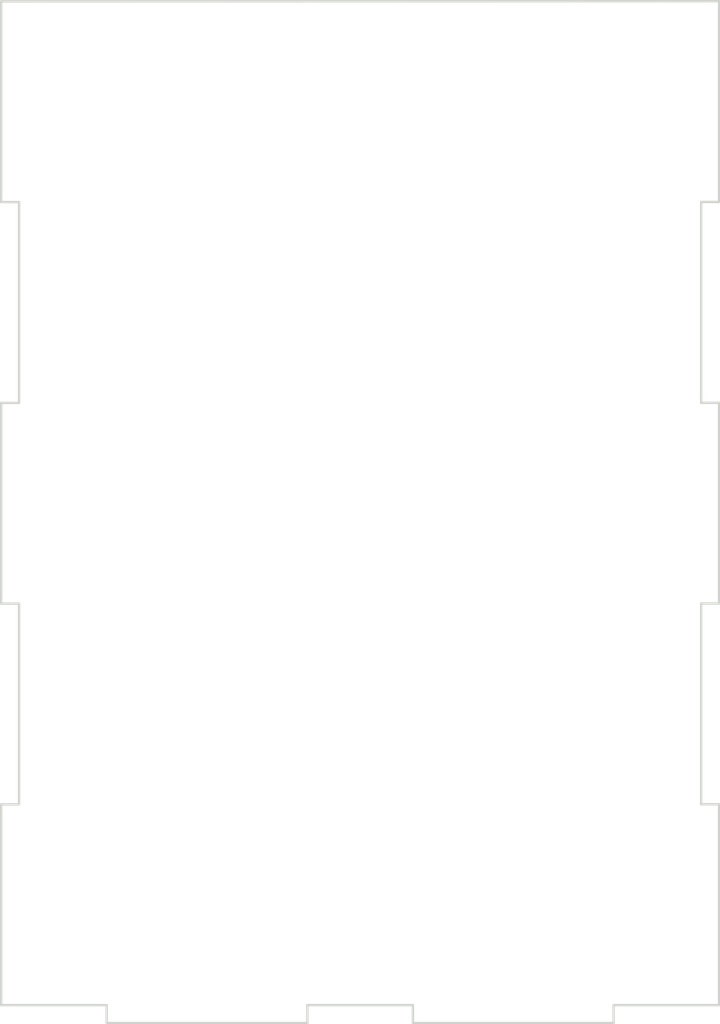
<source format=kicad_pcb>
(kicad_pcb (version 20171130) (host pcbnew "(5.1.2-1)-1")

  (general
    (thickness 1.6)
    (drawings 28)
    (tracks 0)
    (zones 0)
    (modules 0)
    (nets 1)
  )

  (page A4)
  (layers
    (0 F.Cu signal)
    (31 B.Cu signal)
    (32 B.Adhes user)
    (33 F.Adhes user)
    (34 B.Paste user)
    (35 F.Paste user)
    (36 B.SilkS user)
    (37 F.SilkS user)
    (38 B.Mask user)
    (39 F.Mask user)
    (40 Dwgs.User user)
    (41 Cmts.User user)
    (42 Eco1.User user)
    (43 Eco2.User user)
    (44 Edge.Cuts user)
    (45 Margin user)
    (46 B.CrtYd user)
    (47 F.CrtYd user)
    (48 B.Fab user)
    (49 F.Fab user)
  )

  (setup
    (last_trace_width 0.25)
    (trace_clearance 0.2)
    (zone_clearance 0.508)
    (zone_45_only no)
    (trace_min 0.2)
    (via_size 0.8)
    (via_drill 0.4)
    (via_min_size 0.4)
    (via_min_drill 0.3)
    (uvia_size 0.3)
    (uvia_drill 0.1)
    (uvias_allowed no)
    (uvia_min_size 0.2)
    (uvia_min_drill 0.1)
    (edge_width 0.05)
    (segment_width 0.2)
    (pcb_text_width 0.3)
    (pcb_text_size 1.5 1.5)
    (mod_edge_width 0.12)
    (mod_text_size 1 1)
    (mod_text_width 0.15)
    (pad_size 1.524 1.524)
    (pad_drill 0.762)
    (pad_to_mask_clearance 0.051)
    (solder_mask_min_width 0.25)
    (aux_axis_origin 100.33 138.43)
    (visible_elements FFFFFF7F)
    (pcbplotparams
      (layerselection 0x010fc_ffffffff)
      (usegerberextensions false)
      (usegerberattributes false)
      (usegerberadvancedattributes false)
      (creategerberjobfile false)
      (excludeedgelayer true)
      (linewidth 0.100000)
      (plotframeref false)
      (viasonmask false)
      (mode 1)
      (useauxorigin false)
      (hpglpennumber 1)
      (hpglpenspeed 20)
      (hpglpendiameter 15.000000)
      (psnegative false)
      (psa4output false)
      (plotreference true)
      (plotvalue true)
      (plotinvisibletext false)
      (padsonsilk false)
      (subtractmaskfromsilk false)
      (outputformat 1)
      (mirror false)
      (drillshape 1)
      (scaleselection 1)
      (outputdirectory ""))
  )

  (net 0 "")

  (net_class Default "This is the default net class."
    (clearance 0.2)
    (trace_width 0.25)
    (via_dia 0.8)
    (via_drill 0.4)
    (uvia_dia 0.3)
    (uvia_drill 0.1)
  )

  (gr_line (start 109.2708 129.31) (end 118.11 129.31) (layer Edge.Cuts) (width 0.2))
  (gr_line (start 143.764 129.31) (end 134.9248 129.31) (layer Edge.Cuts) (width 0.2))
  (gr_line (start 134.9248 130.81) (end 134.9248 129.31) (layer Edge.Cuts) (width 0.2))
  (gr_line (start 143.764393 130.81) (end 160.579193 130.81) (layer Edge.Cuts) (width 0.2))
  (gr_line (start 143.764 129.31) (end 143.764393 130.81) (layer Edge.Cuts) (width 0.2))
  (gr_line (start 109.2708 112.50028) (end 109.2708 129.31) (layer Edge.Cuts) (width 0.2))
  (gr_line (start 167.918 95.6804) (end 169.418393 95.6804) (layer Edge.Cuts) (width 0.2))
  (gr_line (start 167.918 112.4952) (end 167.918 95.6804) (layer Edge.Cuts) (width 0.2))
  (gr_line (start 160.579193 129.31) (end 169.418393 129.31) (layer Edge.Cuts) (width 0.2))
  (gr_line (start 160.579193 130.81) (end 160.579193 129.31) (layer Edge.Cuts) (width 0.2))
  (gr_line (start 110.7708 95.69056) (end 110.7708 112.50028) (layer Edge.Cuts) (width 0.2))
  (gr_line (start 109.2708 95.69056) (end 110.7708 95.69056) (layer Edge.Cuts) (width 0.2))
  (gr_line (start 169.418393 112.4952) (end 167.918 112.4952) (layer Edge.Cuts) (width 0.2))
  (gr_line (start 169.418393 112.4952) (end 169.418393 129.31) (layer Edge.Cuts) (width 0.2))
  (gr_line (start 109.2708 78.88084) (end 109.2708 95.69056) (layer Edge.Cuts) (width 0.2))
  (gr_line (start 110.7708 78.88084) (end 109.2708 78.88084) (layer Edge.Cuts) (width 0.2))
  (gr_line (start 110.7708 62.07112) (end 110.7708 78.88084) (layer Edge.Cuts) (width 0.2))
  (gr_line (start 109.2708 62.07112) (end 110.7708 62.07112) (layer Edge.Cuts) (width 0.2))
  (gr_line (start 109.2708 45.2614) (end 109.2708 62.07112) (layer Edge.Cuts) (width 0.2))
  (gr_line (start 169.418393 45.245625) (end 109.2708 45.2614) (layer Edge.Cuts) (width 0.2))
  (gr_line (start 169.418393 62.052537) (end 169.418393 45.245625) (layer Edge.Cuts) (width 0.2))
  (gr_line (start 167.918 62.052537) (end 169.418393 62.052537) (layer Edge.Cuts) (width 0.2))
  (gr_line (start 167.918 78.87493) (end 167.918 62.052537) (layer Edge.Cuts) (width 0.2))
  (gr_line (start 169.418393 78.87493) (end 167.918 78.87493) (layer Edge.Cuts) (width 0.2))
  (gr_line (start 169.418393 95.6804) (end 169.418393 78.87493) (layer Edge.Cuts) (width 0.2))
  (gr_line (start 118.11 129.31) (end 118.11 130.81) (layer Edge.Cuts) (width 0.2))
  (gr_line (start 110.7708 112.50028) (end 109.2708 112.50028) (layer Edge.Cuts) (width 0.2))
  (gr_line (start 118.11 130.81) (end 134.9248 130.81) (layer Edge.Cuts) (width 0.2))

)

</source>
